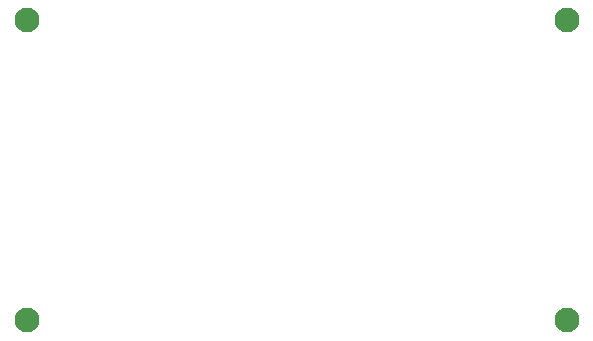
<source format=gbr>
%TF.GenerationSoftware,KiCad,Pcbnew,8.0.8*%
%TF.CreationDate,2025-02-04T21:51:54-04:00*%
%TF.ProjectId,ATMega328P-512K-Datalogger-4L,41544d65-6761-4333-9238-502d3531324b,1*%
%TF.SameCoordinates,Original*%
%TF.FileFunction,NonPlated,1,4,NPTH,Drill*%
%TF.FilePolarity,Positive*%
%FSLAX46Y46*%
G04 Gerber Fmt 4.6, Leading zero omitted, Abs format (unit mm)*
G04 Created by KiCad (PCBNEW 8.0.8) date 2025-02-04 21:51:54*
%MOMM*%
%LPD*%
G01*
G04 APERTURE LIST*
%TA.AperFunction,ComponentDrill*%
%ADD10C,2.100000*%
%TD*%
G04 APERTURE END LIST*
D10*
%TO.C,H1*%
X125222000Y-89370000D03*
%TO.C,H3*%
X125222000Y-114770000D03*
%TO.C,H2*%
X170942000Y-89370000D03*
%TO.C,H4*%
X170942000Y-114770000D03*
M02*

</source>
